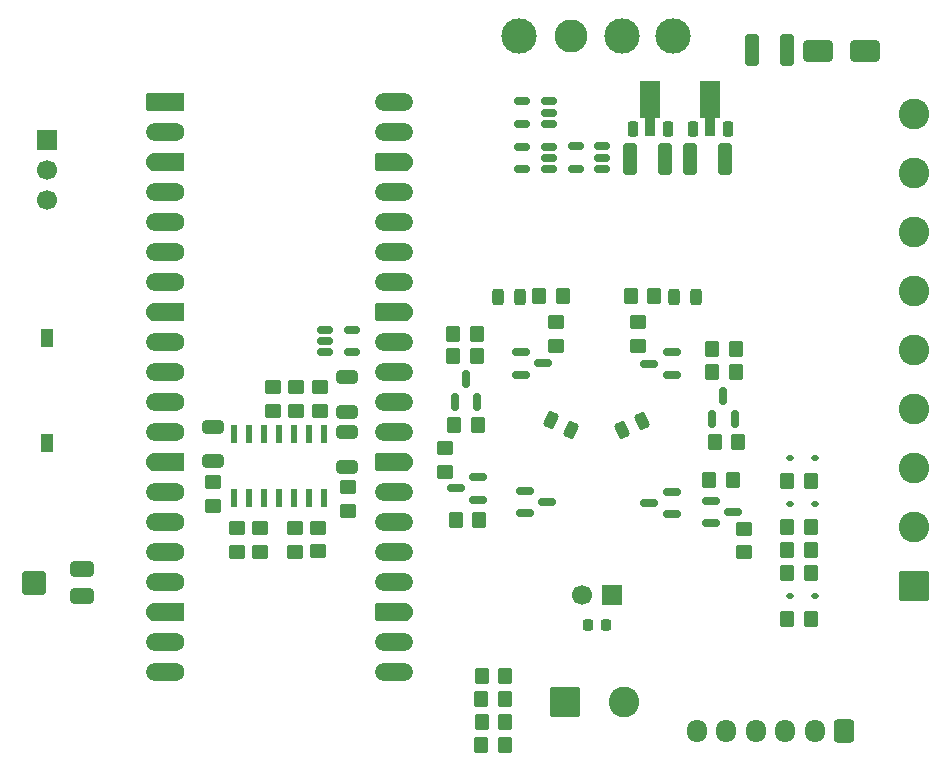
<source format=gts>
%TF.GenerationSoftware,KiCad,Pcbnew,9.0.2*%
%TF.CreationDate,2025-07-02T07:21:28-06:00*%
%TF.ProjectId,Pico_H-bridge_complete,5069636f-5f48-42d6-9272-696467655f63,rev?*%
%TF.SameCoordinates,Original*%
%TF.FileFunction,Soldermask,Top*%
%TF.FilePolarity,Negative*%
%FSLAX46Y46*%
G04 Gerber Fmt 4.6, Leading zero omitted, Abs format (unit mm)*
G04 Created by KiCad (PCBNEW 9.0.2) date 2025-07-02 07:21:28*
%MOMM*%
%LPD*%
G01*
G04 APERTURE LIST*
G04 Aperture macros list*
%AMRoundRect*
0 Rectangle with rounded corners*
0 $1 Rounding radius*
0 $2 $3 $4 $5 $6 $7 $8 $9 X,Y pos of 4 corners*
0 Add a 4 corners polygon primitive as box body*
4,1,4,$2,$3,$4,$5,$6,$7,$8,$9,$2,$3,0*
0 Add four circle primitives for the rounded corners*
1,1,$1+$1,$2,$3*
1,1,$1+$1,$4,$5*
1,1,$1+$1,$6,$7*
1,1,$1+$1,$8,$9*
0 Add four rect primitives between the rounded corners*
20,1,$1+$1,$2,$3,$4,$5,0*
20,1,$1+$1,$4,$5,$6,$7,0*
20,1,$1+$1,$6,$7,$8,$9,0*
20,1,$1+$1,$8,$9,$2,$3,0*%
%AMFreePoly0*
4,1,37,0.800000,0.796148,0.878414,0.796148,1.032228,0.765552,1.177117,0.705537,1.307515,0.618408,1.418408,0.507515,1.505537,0.377117,1.565552,0.232228,1.596148,0.078414,1.596148,-0.078414,1.565552,-0.232228,1.505537,-0.377117,1.418408,-0.507515,1.307515,-0.618408,1.177117,-0.705537,1.032228,-0.765552,0.878414,-0.796148,0.800000,-0.796148,0.800000,-0.800000,-1.400000,-0.800000,
-1.403843,-0.796157,-1.439018,-0.796157,-1.511114,-0.766294,-1.566294,-0.711114,-1.596157,-0.639018,-1.596157,-0.603843,-1.600000,-0.600000,-1.600000,0.600000,-1.596157,0.603843,-1.596157,0.639018,-1.566294,0.711114,-1.511114,0.766294,-1.439018,0.796157,-1.403843,0.796157,-1.400000,0.800000,0.800000,0.800000,0.800000,0.796148,0.800000,0.796148,$1*%
%AMFreePoly1*
4,1,37,1.403843,0.796157,1.439018,0.796157,1.511114,0.766294,1.566294,0.711114,1.596157,0.639018,1.596157,0.603843,1.600000,0.600000,1.600000,-0.600000,1.596157,-0.603843,1.596157,-0.639018,1.566294,-0.711114,1.511114,-0.766294,1.439018,-0.796157,1.403843,-0.796157,1.400000,-0.800000,-0.800000,-0.800000,-0.800000,-0.796148,-0.878414,-0.796148,-1.032228,-0.765552,-1.177117,-0.705537,
-1.307515,-0.618408,-1.418408,-0.507515,-1.505537,-0.377117,-1.565552,-0.232228,-1.596148,-0.078414,-1.596148,0.078414,-1.565552,0.232228,-1.505537,0.377117,-1.418408,0.507515,-1.307515,0.618408,-1.177117,0.705537,-1.032228,0.765552,-0.878414,0.796148,-0.800000,0.796148,-0.800000,0.800000,1.400000,0.800000,1.403843,0.796157,1.403843,0.796157,$1*%
%AMFreePoly2*
4,1,37,0.603843,0.796157,0.639018,0.796157,0.711114,0.766294,0.766294,0.711114,0.796157,0.639018,0.796157,0.603843,0.800000,0.600000,0.800000,-0.600000,0.796157,-0.603843,0.796157,-0.639018,0.766294,-0.711114,0.711114,-0.766294,0.639018,-0.796157,0.603843,-0.796157,0.600000,-0.800000,0.000000,-0.800000,0.000000,-0.796148,-0.078414,-0.796148,-0.232228,-0.765552,-0.377117,-0.705537,
-0.507515,-0.618408,-0.618408,-0.507515,-0.705537,-0.377117,-0.765552,-0.232228,-0.796148,-0.078414,-0.796148,0.078414,-0.765552,0.232228,-0.705537,0.377117,-0.618408,0.507515,-0.507515,0.618408,-0.377117,0.705537,-0.232228,0.765552,-0.078414,0.796148,0.000000,0.796148,0.000000,0.800000,0.600000,0.800000,0.603843,0.796157,0.603843,0.796157,$1*%
%AMFreePoly3*
4,1,37,0.000000,0.796148,0.078414,0.796148,0.232228,0.765552,0.377117,0.705537,0.507515,0.618408,0.618408,0.507515,0.705537,0.377117,0.765552,0.232228,0.796148,0.078414,0.796148,-0.078414,0.765552,-0.232228,0.705537,-0.377117,0.618408,-0.507515,0.507515,-0.618408,0.377117,-0.705537,0.232228,-0.765552,0.078414,-0.796148,0.000000,-0.796148,0.000000,-0.800000,-0.600000,-0.800000,
-0.603843,-0.796157,-0.639018,-0.796157,-0.711114,-0.766294,-0.766294,-0.711114,-0.796157,-0.639018,-0.796157,-0.603843,-0.800000,-0.600000,-0.800000,0.600000,-0.796157,0.603843,-0.796157,0.639018,-0.766294,0.711114,-0.711114,0.766294,-0.639018,0.796157,-0.603843,0.796157,-0.600000,0.800000,0.000000,0.800000,0.000000,0.796148,0.000000,0.796148,$1*%
%AMFreePoly4*
4,1,9,3.862500,-0.866500,0.737500,-0.866500,0.737500,-0.450000,-0.737500,-0.450000,-0.737500,0.450000,0.737500,0.450000,0.737500,0.866500,3.862500,0.866500,3.862500,-0.866500,3.862500,-0.866500,$1*%
G04 Aperture macros list end*
%ADD10RoundRect,0.250000X0.650000X-0.325000X0.650000X0.325000X-0.650000X0.325000X-0.650000X-0.325000X0*%
%ADD11FreePoly0,0.000000*%
%ADD12RoundRect,0.200000X-0.600000X-0.600000X0.600000X-0.600000X0.600000X0.600000X-0.600000X0.600000X0*%
%ADD13RoundRect,0.800000X-0.800000X-0.000010X0.800000X-0.000010X0.800000X0.000010X-0.800000X0.000010X0*%
%ADD14C,1.600000*%
%ADD15FreePoly1,0.000000*%
%ADD16FreePoly2,0.000000*%
%ADD17FreePoly3,0.000000*%
%ADD18RoundRect,0.250000X-0.450000X0.350000X-0.450000X-0.350000X0.450000X-0.350000X0.450000X0.350000X0*%
%ADD19R,0.600000X1.550000*%
%ADD20RoundRect,0.250000X0.450000X-0.350000X0.450000X0.350000X-0.450000X0.350000X-0.450000X-0.350000X0*%
%ADD21RoundRect,0.250000X-0.325000X-1.100000X0.325000X-1.100000X0.325000X1.100000X-0.325000X1.100000X0*%
%ADD22RoundRect,0.250000X1.050000X-1.050000X1.050000X1.050000X-1.050000X1.050000X-1.050000X-1.050000X0*%
%ADD23C,2.600000*%
%ADD24RoundRect,0.150000X0.150000X-0.587500X0.150000X0.587500X-0.150000X0.587500X-0.150000X-0.587500X0*%
%ADD25RoundRect,0.250000X0.325000X1.100000X-0.325000X1.100000X-0.325000X-1.100000X0.325000X-1.100000X0*%
%ADD26RoundRect,0.150000X0.587500X0.150000X-0.587500X0.150000X-0.587500X-0.150000X0.587500X-0.150000X0*%
%ADD27RoundRect,0.250000X0.350000X0.450000X-0.350000X0.450000X-0.350000X-0.450000X0.350000X-0.450000X0*%
%ADD28RoundRect,0.243750X0.413732X0.310490X-0.028093X0.516516X-0.413732X-0.310490X0.028093X-0.516516X0*%
%ADD29RoundRect,0.250000X-0.350000X-0.450000X0.350000X-0.450000X0.350000X0.450000X-0.350000X0.450000X0*%
%ADD30RoundRect,0.150000X-0.587500X-0.150000X0.587500X-0.150000X0.587500X0.150000X-0.587500X0.150000X0*%
%ADD31RoundRect,0.150000X0.512500X0.150000X-0.512500X0.150000X-0.512500X-0.150000X0.512500X-0.150000X0*%
%ADD32RoundRect,0.250000X-1.000000X-0.650000X1.000000X-0.650000X1.000000X0.650000X-1.000000X0.650000X0*%
%ADD33C,3.000000*%
%ADD34RoundRect,0.150000X-0.512500X-0.150000X0.512500X-0.150000X0.512500X0.150000X-0.512500X0.150000X0*%
%ADD35RoundRect,0.243750X-0.028093X-0.516516X0.413732X-0.310490X0.028093X0.516516X-0.413732X0.310490X0*%
%ADD36C,1.700000*%
%ADD37R,1.700000X1.700000*%
%ADD38C,2.800000*%
%ADD39O,1.700000X1.950000*%
%ADD40RoundRect,0.250000X0.600000X0.725000X-0.600000X0.725000X-0.600000X-0.725000X0.600000X-0.725000X0*%
%ADD41RoundRect,0.225000X-0.225000X-0.250000X0.225000X-0.250000X0.225000X0.250000X-0.225000X0.250000X0*%
%ADD42RoundRect,0.225000X0.225000X-0.425000X0.225000X0.425000X-0.225000X0.425000X-0.225000X-0.425000X0*%
%ADD43FreePoly4,90.000000*%
%ADD44RoundRect,0.112500X-0.187500X-0.112500X0.187500X-0.112500X0.187500X0.112500X-0.187500X0.112500X0*%
%ADD45RoundRect,0.243750X0.243750X0.456250X-0.243750X0.456250X-0.243750X-0.456250X0.243750X-0.456250X0*%
%ADD46RoundRect,0.250000X-1.050000X-1.050000X1.050000X-1.050000X1.050000X1.050000X-1.050000X1.050000X0*%
%ADD47RoundRect,0.243750X-0.243750X-0.456250X0.243750X-0.456250X0.243750X0.456250X-0.243750X0.456250X0*%
%ADD48R,1.100000X1.500000*%
%ADD49RoundRect,0.250000X-0.750000X0.400000X-0.750000X-0.400000X0.750000X-0.400000X0.750000X0.400000X0*%
%ADD50RoundRect,0.250000X-0.750000X0.750000X-0.750000X-0.750000X0.750000X-0.750000X0.750000X0.750000X0*%
G04 APERTURE END LIST*
D10*
%TO.C,C1*%
X100610000Y-91755000D03*
X100610000Y-94705000D03*
%TD*%
D11*
%TO.C,U1*%
X96600000Y-64300000D03*
D12*
X97400000Y-64300000D03*
D13*
X96600000Y-66840000D03*
D14*
X97400000Y-66840000D03*
D15*
X96600000Y-69380000D03*
D16*
X97400000Y-69380000D03*
D13*
X96600000Y-71920000D03*
D14*
X97400000Y-71920000D03*
D13*
X96600000Y-74460000D03*
D14*
X97400000Y-74460000D03*
D13*
X96600000Y-77000000D03*
D14*
X97400000Y-77000000D03*
D13*
X96600000Y-79540000D03*
D14*
X97400000Y-79540000D03*
D15*
X96600000Y-82080000D03*
D16*
X97400000Y-82080000D03*
D13*
X96600000Y-84620000D03*
D14*
X97400000Y-84620000D03*
D13*
X96600000Y-87160000D03*
D14*
X97400000Y-87160000D03*
D13*
X96600000Y-89700000D03*
D14*
X97400000Y-89700000D03*
D13*
X96600000Y-92240000D03*
D14*
X97400000Y-92240000D03*
D15*
X96600000Y-94780000D03*
D16*
X97400000Y-94780000D03*
D13*
X96600000Y-97320000D03*
D14*
X97400000Y-97320000D03*
D13*
X96600000Y-99860000D03*
D14*
X97400000Y-99860000D03*
D13*
X96600000Y-102400000D03*
D14*
X97400000Y-102400000D03*
D13*
X96600000Y-104940000D03*
D14*
X97400000Y-104940000D03*
D15*
X96600000Y-107480000D03*
D16*
X97400000Y-107480000D03*
D13*
X96600000Y-110020000D03*
D14*
X97400000Y-110020000D03*
D13*
X96600000Y-112560000D03*
D14*
X97400000Y-112560000D03*
X115180000Y-112560000D03*
D13*
X115980000Y-112560000D03*
D14*
X115180000Y-110020000D03*
D13*
X115980000Y-110020000D03*
D17*
X115180000Y-107480000D03*
D11*
X115980000Y-107480000D03*
D14*
X115180000Y-104940000D03*
D13*
X115980000Y-104940000D03*
D14*
X115180000Y-102400000D03*
D13*
X115980000Y-102400000D03*
D14*
X115180000Y-99860000D03*
D13*
X115980000Y-99860000D03*
D14*
X115180000Y-97320000D03*
D13*
X115980000Y-97320000D03*
D17*
X115180000Y-94780000D03*
D11*
X115980000Y-94780000D03*
D14*
X115180000Y-92240000D03*
D13*
X115980000Y-92240000D03*
D14*
X115180000Y-89700000D03*
D13*
X115980000Y-89700000D03*
D14*
X115180000Y-87160000D03*
D13*
X115980000Y-87160000D03*
D14*
X115180000Y-84620000D03*
D13*
X115980000Y-84620000D03*
D17*
X115180000Y-82080000D03*
D11*
X115980000Y-82080000D03*
D14*
X115180000Y-79540000D03*
D13*
X115980000Y-79540000D03*
D14*
X115180000Y-77000000D03*
D13*
X115980000Y-77000000D03*
D14*
X115180000Y-74460000D03*
D13*
X115980000Y-74460000D03*
D14*
X115180000Y-71920000D03*
D13*
X115980000Y-71920000D03*
D17*
X115180000Y-69380000D03*
D11*
X115980000Y-69380000D03*
D14*
X115180000Y-66840000D03*
D13*
X115980000Y-66840000D03*
D14*
X115180000Y-64300000D03*
D13*
X115980000Y-64300000D03*
%TD*%
D18*
%TO.C,R13*%
X104645000Y-102370000D03*
X104645000Y-100370000D03*
%TD*%
D19*
%TO.C,U5*%
X102425000Y-92415000D03*
X103695000Y-92415000D03*
X104965000Y-92415000D03*
X106235000Y-92415000D03*
X107505000Y-92415000D03*
X108775000Y-92415000D03*
X110045000Y-92415000D03*
X110045000Y-97815000D03*
X108775000Y-97815000D03*
X107505000Y-97815000D03*
X106235000Y-97815000D03*
X104965000Y-97815000D03*
X103695000Y-97815000D03*
X102425000Y-97815000D03*
%TD*%
D20*
%TO.C,R14*%
X112050000Y-96900000D03*
X112050000Y-98900000D03*
%TD*%
D18*
%TO.C,R16*%
X109555000Y-102330000D03*
X109555000Y-100330000D03*
%TD*%
D21*
%TO.C,C8*%
X144000000Y-69090000D03*
X141050000Y-69090000D03*
%TD*%
D22*
%TO.C,J1*%
X160020000Y-105300000D03*
D23*
X160020000Y-100300000D03*
X160020000Y-95300000D03*
X160020000Y-90300000D03*
X160020000Y-85300000D03*
X160020000Y-80300000D03*
X160020000Y-75300000D03*
X160020000Y-70300000D03*
X160020000Y-65300000D03*
%TD*%
D24*
%TO.C,Q6*%
X143840000Y-89202500D03*
X144790000Y-91077500D03*
X142890000Y-91077500D03*
%TD*%
D25*
%TO.C,C4*%
X146295000Y-59905000D03*
X149245000Y-59905000D03*
%TD*%
D26*
%TO.C,Q2*%
X137587500Y-98210000D03*
X139462500Y-97260000D03*
X139462500Y-99160000D03*
%TD*%
D27*
%TO.C,R4*%
X151270000Y-100281429D03*
X149270000Y-100281429D03*
%TD*%
%TO.C,R2*%
X128225000Y-80746000D03*
X130225000Y-80746000D03*
%TD*%
D28*
%TO.C,D3*%
X129265337Y-91223796D03*
X130964663Y-92016204D03*
%TD*%
D29*
%TO.C,R1*%
X137989000Y-80746000D03*
X135989000Y-80746000D03*
%TD*%
D30*
%TO.C,Q8*%
X144657500Y-99000000D03*
X142782500Y-99950000D03*
X142782500Y-98050000D03*
%TD*%
D31*
%TO.C,U8*%
X126832500Y-69955000D03*
X126832500Y-68055000D03*
X129107500Y-68055000D03*
X129107500Y-69005000D03*
X129107500Y-69955000D03*
%TD*%
D30*
%TO.C,Q1*%
X128931238Y-98166260D03*
X127056238Y-99116260D03*
X127056238Y-97216260D03*
%TD*%
D29*
%TO.C,R30*%
X122990000Y-83900000D03*
X120990000Y-83900000D03*
%TD*%
%TO.C,R25*%
X149270000Y-102233571D03*
X151270000Y-102233571D03*
%TD*%
D32*
%TO.C,D5*%
X155820000Y-59960000D03*
X151820000Y-59960000D03*
%TD*%
D31*
%TO.C,U10*%
X131327500Y-69945000D03*
X131327500Y-68045000D03*
X133602500Y-68045000D03*
X133602500Y-68995000D03*
X133602500Y-69945000D03*
%TD*%
D20*
%TO.C,R28*%
X145620000Y-100400000D03*
X145620000Y-102400000D03*
%TD*%
D33*
%TO.C,TP1*%
X126575000Y-58725000D03*
%TD*%
D29*
%TO.C,R22*%
X144920000Y-87180000D03*
X142920000Y-87180000D03*
%TD*%
D34*
%TO.C,U11*%
X110127500Y-83550000D03*
X110127500Y-84500000D03*
X110127500Y-85450000D03*
X112402500Y-85450000D03*
X112402500Y-83550000D03*
%TD*%
D35*
%TO.C,D4*%
X136989664Y-91253795D03*
X135290336Y-92046205D03*
%TD*%
D27*
%TO.C,R6*%
X151270000Y-96377143D03*
X149270000Y-96377143D03*
%TD*%
D29*
%TO.C,R29*%
X122990000Y-85813333D03*
X120990000Y-85813333D03*
%TD*%
%TO.C,R26*%
X123167400Y-99700000D03*
X121167400Y-99700000D03*
%TD*%
D20*
%TO.C,R9*%
X136595000Y-82920000D03*
X136595000Y-84920000D03*
%TD*%
D36*
%TO.C,J4*%
X131865000Y-105995000D03*
D37*
X134405000Y-105995000D03*
%TD*%
D29*
%TO.C,R31*%
X123040000Y-91600000D03*
X121040000Y-91600000D03*
%TD*%
D27*
%TO.C,R24*%
X151270000Y-104185714D03*
X149270000Y-104185714D03*
%TD*%
D33*
%TO.C,TP2*%
X139572778Y-58725000D03*
%TD*%
D27*
%TO.C,R27*%
X142620000Y-96300000D03*
X144620000Y-96300000D03*
%TD*%
D38*
%TO.C,TP6*%
X130907593Y-58725000D03*
%TD*%
D39*
%TO.C,J2*%
X141575000Y-117555000D03*
X144075000Y-117555000D03*
X146575000Y-117555000D03*
X149075000Y-117555000D03*
X151575000Y-117555000D03*
D40*
X154075000Y-117555000D03*
%TD*%
D33*
%TO.C,TP3*%
X135240185Y-58725000D03*
%TD*%
D41*
%TO.C,C5*%
X133900000Y-108600000D03*
X132350000Y-108600000D03*
%TD*%
D21*
%TO.C,C12*%
X138885000Y-69100000D03*
X135935000Y-69100000D03*
%TD*%
D30*
%TO.C,Q3*%
X128612500Y-86410000D03*
X126737500Y-87360000D03*
X126737500Y-85460000D03*
%TD*%
D42*
%TO.C,U7*%
X139155000Y-66525000D03*
D43*
X137655000Y-66437500D03*
D42*
X136155000Y-66525000D03*
%TD*%
D24*
%TO.C,Q5*%
X122040000Y-87769167D03*
X122990000Y-89644167D03*
X121090000Y-89644167D03*
%TD*%
D44*
%TO.C,D7*%
X149470000Y-94425000D03*
X151570000Y-94425000D03*
%TD*%
D45*
%TO.C,D1*%
X139640500Y-80791000D03*
X141515500Y-80791000D03*
%TD*%
D23*
%TO.C,J3*%
X135425000Y-115100000D03*
D46*
X130425000Y-115100000D03*
%TD*%
D44*
%TO.C,D14*%
X149470000Y-106137857D03*
X151570000Y-106137857D03*
%TD*%
D42*
%TO.C,U6*%
X144255000Y-66525000D03*
D43*
X142755000Y-66437500D03*
D42*
X141255000Y-66525000D03*
%TD*%
D18*
%TO.C,R7*%
X129695000Y-84920000D03*
X129695000Y-82920000D03*
%TD*%
%TO.C,R35*%
X120267400Y-95602500D03*
X120267400Y-93602500D03*
%TD*%
D29*
%TO.C,R8*%
X145120000Y-93100000D03*
X143120000Y-93100000D03*
%TD*%
D44*
%TO.C,D6*%
X149470000Y-98329286D03*
X151570000Y-98329286D03*
%TD*%
D26*
%TO.C,Q4*%
X137587500Y-86435000D03*
X139462500Y-85485000D03*
X139462500Y-87385000D03*
%TD*%
D31*
%TO.C,U9*%
X126832500Y-66120000D03*
X126832500Y-64220000D03*
X129107500Y-64220000D03*
X129107500Y-65170000D03*
X129107500Y-66120000D03*
%TD*%
D47*
%TO.C,D2*%
X126597500Y-80791000D03*
X124722500Y-80791000D03*
%TD*%
D27*
%TO.C,R10*%
X151270000Y-108090000D03*
X149270000Y-108090000D03*
%TD*%
D26*
%TO.C,Q7*%
X121182500Y-97000000D03*
X123057500Y-96050000D03*
X123057500Y-97950000D03*
%TD*%
D27*
%TO.C,R23*%
X142920000Y-85200000D03*
X144920000Y-85200000D03*
%TD*%
%TO.C,R5*%
X125380000Y-116790000D03*
X123380000Y-116790000D03*
%TD*%
D20*
%TO.C,R12*%
X102665000Y-102360000D03*
X102665000Y-100360000D03*
%TD*%
%TO.C,R17*%
X109670000Y-90410000D03*
X109670000Y-88410000D03*
%TD*%
%TO.C,R19*%
X105685000Y-90400000D03*
X105685000Y-88400000D03*
%TD*%
D37*
%TO.C,JP1*%
X86550000Y-67485000D03*
D36*
X86550000Y-70025000D03*
X86550000Y-72565000D03*
%TD*%
D27*
%TO.C,R3*%
X125380000Y-112890000D03*
X123380000Y-112890000D03*
%TD*%
D10*
%TO.C,C2*%
X111970000Y-95185000D03*
X111970000Y-92235000D03*
%TD*%
D29*
%TO.C,R20*%
X123360000Y-118750000D03*
X125360000Y-118750000D03*
%TD*%
D10*
%TO.C,C3*%
X111970000Y-90545000D03*
X111970000Y-87595000D03*
%TD*%
D29*
%TO.C,R21*%
X123365000Y-114850000D03*
X125365000Y-114850000D03*
%TD*%
D18*
%TO.C,R18*%
X107677500Y-88400000D03*
X107677500Y-90400000D03*
%TD*%
D48*
%TO.C,SW1*%
X86620000Y-93120000D03*
X86620000Y-84220000D03*
%TD*%
D49*
%TO.C,RV1*%
X89520000Y-106125000D03*
D50*
X85520000Y-104975000D03*
D49*
X89520000Y-103825000D03*
%TD*%
D20*
%TO.C,R15*%
X107575000Y-102340000D03*
X107575000Y-100340000D03*
%TD*%
%TO.C,R11*%
X100630000Y-98460000D03*
X100630000Y-96460000D03*
%TD*%
M02*

</source>
